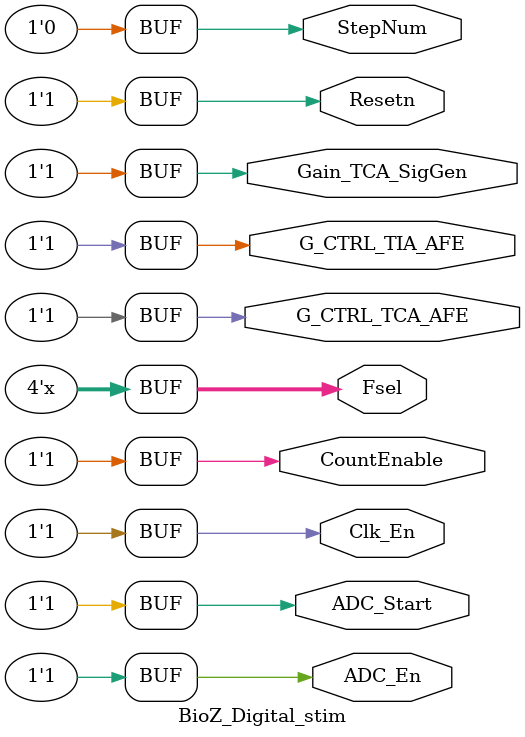
<source format=v>


module BioZ_Digital_stim (Fsel,StepNum,Gain_TCA_SigGen,CountEnable,Resetn,Clk_En,G_CTRL_TCA_AFE,G_CTRL_TIA_AFE,ADC_En,ADC_Start);

output [3:0] Fsel;
output StepNum,Gain_TCA_SigGen,CountEnable,Resetn,Clk_En,G_CTRL_TCA_AFE,G_CTRL_TIA_AFE,ADC_En,ADC_Start;

//parameter cycle = 1428; // 700 kHz
parameter cycle = 4500000; // 4.5 ms

parameter [3:0] freq_selection = 4'b0000;

reg StepNum,Gain_TCA_SigGen,CountEnable,Resetn,Clk_En,G_CTRL_TCA_AFE,G_CTRL_TIA_AFE,ADC_En,ADC_Start;
reg [3:0] Fsel;


initial begin
	StepNum <= 0;
	Gain_TCA_SigGen <= 1;
	CountEnable <= 1;
	Fsel <= freq_selection;
	Resetn <= 1;
	Clk_En <= 1;

	G_CTRL_TCA_AFE <= 1;
	G_CTRL_TIA_AFE <= 1;
	ADC_En <= 1;
	ADC_Start <= 1;

	#200 Resetn <= 0; Clk_En <= 0; ADC_En <= 0; ADC_Start <= 0;
	#400 Resetn <= 1; Clk_En <= 1; ADC_En <= 1; ADC_Start <= 1;
end 

always begin
	#(cycle) Fsel = Fsel - 1;
//	case (Fsel)
		//4'b1010: #(1e6/0.9765625) Fsel = Fsel - 1;
		//4'b1001: #(1e6/1.95215) Fsel = Fsel - 1;
		//4'b1000: #(1e6/3.90625) Fsel = Fsel - 1;
		//4'b0111: #(1e6/7.8125) Fsel = Fsel - 1;
		//4'b0110: #(1e6/15.625) Fsel = Fsel - 1;
		//4'b0101: #(1e6/31.25) Fsel = Fsel - 1;
		//4'b0100: #(1e6/62.5) Fsel = Fsel - 1;
		//4'b0011: #(1e6/125) Fsel = Fsel - 1;
		//4'b0010: #(1e6/250) Fsel = Fsel - 1;
		//4'b0001: #(1e6/500) Fsel = Fsel - 1;
		//4'b0000: #(1e6/1e3) Fsel = Fsel - 1;
//	endcase
end

endmodule

</source>
